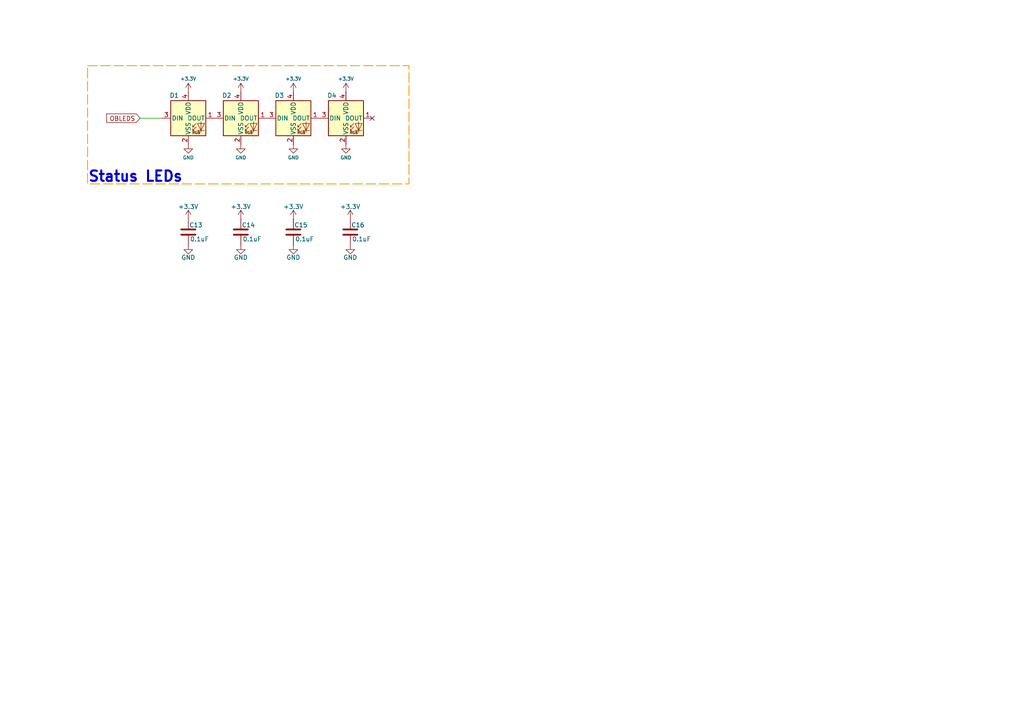
<source format=kicad_sch>
(kicad_sch (version 20250114) (generator "eeschema") (generator_version "9.0")
  (paper "A4")
  (title_block (title "Client") (date "<<release-date>>") (rev "<<tag>>") (comment 1 "<<hash>>"))
  (lib_symbols
    (symbol "Device:C" (pin_numbers (hide yes)) (pin_names (offset 0.254))
      (property "Reference" "C" (at 0.635 2.54 0))
      (property "Value" "C" (at 0.635 -2.54 0))
      (symbol "C_0_1"
        (polyline (pts (xy -2.032 0.762) (xy 2.032 0.762)) (stroke (width 0.508)))
        (polyline (pts (xy -2.032 -0.762) (xy 2.032 -0.762)) (stroke (width 0.508)))
      )
      (symbol "C_1_1"
        (pin passive line (at 0 3.81 270) (length 2.794) (name "~") (number "1"))
        (pin passive line (at 0 -3.81 90) (length 2.794) (name "~") (number "2"))
      )
    )
    (symbol "LED:WS2812B-2020" (pin_names (offset 0.254))
      (property "Reference" "D" (at 5.08 5.715 0))
      (property "Value" "WS2812B-2020" (at 1.27 -5.715 0))
      (symbol "WS2812B-2020_0_0"
        (text "RGB" (at 2.286 -4.191 0) (effects (font (size 0.762 0.762))))
      )
      (symbol "WS2812B-2020_0_1"
        (polyline (pts (xy 1.27 -2.54) (xy 1.778 -2.54)))
        (polyline (pts (xy 1.27 -3.556) (xy 1.778 -3.556)))
        (polyline (pts (xy 2.286 -1.524) (xy 1.27 -2.54) (xy 1.27 -2.032)))
        (polyline (pts (xy 2.286 -2.54) (xy 1.27 -3.556) (xy 1.27 -3.048)))
        (polyline (pts (xy 3.683 -1.016) (xy 3.683 -3.556) (xy 3.683 -4.064)))
        (polyline (pts (xy 4.699 -1.524) (xy 2.667 -1.524) (xy 3.683 -3.556) (xy 4.699 -1.524)))
        (polyline (pts (xy 4.699 -3.556) (xy 2.667 -3.556)))
        (rectangle (start 5.08 5.08) (end -5.08 -5.08) (stroke (width 0.254)) (fill (type background)))
      )
      (symbol "WS2812B-2020_1_1"
        (pin input line (at -7.62 0 0) (length 2.54) (name "DIN") (number "3"))
        (pin power_in line (at 0 7.62 270) (length 2.54) (name "VDD") (number "4"))
        (pin power_in line (at 0 -7.62 90) (length 2.54) (name "VSS") (number "2"))
        (pin output line (at 7.62 0 180) (length 2.54) (name "DOUT") (number "1"))
      )
    )
    (symbol "power:+3.3V" (power) (pin_numbers (hide yes)) (pin_names (offset 0) (hide yes))
      (property "Value" "+3.3V" (at 0 3.556 0))
      (symbol "+3.3V_0_1"
        (polyline (pts (xy -0.762 1.27) (xy 0 2.54)))
        (polyline (pts (xy 0 2.54) (xy 0.762 1.27)))
        (polyline (pts (xy 0 0) (xy 0 2.54)))
      )
      (symbol "+3.3V_1_1"
        (pin power_in line (at 0 0 90) (length 0) (name "~") (number "1"))
      )
    )
    (symbol "power:GND" (power) (pin_numbers (hide yes)) (pin_names (offset 0) (hide yes))
      (property "Value" "GND" (at 0 -3.81 0))
      (symbol "GND_0_1"
        (polyline (pts (xy 0 0) (xy 0 -1.27) (xy 1.27 -1.27) (xy 0 -2.54) (xy -1.27 -1.27) (xy 0 -1.27)))
      )
      (symbol "GND_1_1"
        (pin power_in line (at 0 0 270) (length 0) (name "~") (number "1"))
      )
    )
  )
  (rectangle (start 25.4 19.05) (end 118.618 53.34) (stroke (width 0.254) (type dash) (color 255 153 0 1)))
  (text "Status LEDs" (at 25.4 53.086 0) (effects (font (size 3 3) (thickness 0.6) (bold yes)) (justify left bottom)))
  (no_connect (at 107.95 34.29))
  (wire (pts (xy 40.64 34.29) (xy 46.99 34.29)))
  (global_label "OBLEDS" (shape input) (at 40.64 34.29 180) (property "Intersheetrefs" "${INTERSHEET_REFS}" (at 30.3977 34.29 0) (effects (justify right))))
  (symbol (lib_id "power:+3.3V") (at 69.85 63.5 0) (unit 1)
    (property "Reference" "#PWR0108" (effects (hide yes)))
    (property "Value" "+3.3V" (at 69.85 59.944 0))
    (property "Description" "Power symbol creates a global label with name \"+3.3V\"" (effects (hide yes)))
  )
  (symbol (lib_id "power:+3.3V") (at 85.09 63.5 0) (unit 1)
    (property "Reference" "#PWR0110" (effects (hide yes)))
    (property "Value" "+3.3V" (at 85.09 59.944 0))
    (property "Description" "Power symbol creates a global label with name \"+3.3V\"" (effects (hide yes)))
  )
  (symbol (lib_id "LED:WS2812B-2020") (at 85.09 34.29 0) (unit 1)
    (property "Reference" "D3" (at 81.026 27.686 0))
    (property "Value" "WS2812B-2020" (effects (hide yes)))
    (property "Footprint" "CRGM Passive:LED_WS2812B-2020_PLCC4_2.0x2.0mm" (effects (hide yes)))
    (property "Datasheet" "https://cdn-shop.adafruit.com/product-files/4684/4684_WS2812B-2020_V1.3_EN.pdf" (effects (hide yes)))
    (property "Description" "RGB LED with integrated controller, 2.0 x 2.0 mm, 12 mA" (effects (hide yes)))
    (property "MN" "World Semi" (effects (hide yes)))
    (property "MPN" "WS2812C-2020-V1" (effects (hide yes)))
    (property "LCSC" "C2976072" (effects (hide yes)))
  )
  (symbol (lib_id "power:GND") (at 101.6 71.12 0) (unit 1)
    (property "Reference" "#PWR0113" (effects (hide yes)))
    (property "Value" "GND" (at 101.6 74.676 0))
    (property "Description" "Power symbol creates a global label with name \"GND\" , ground" (effects (hide yes)))
  )
  (symbol (lib_id "power:+3.3V") (at 54.61 26.67 0) (unit 1)
    (property "Reference" "#PWR018" (effects (hide yes)))
    (property "Value" "+3.3V" (at 54.61 22.86 0) (effects (font (size 1 1))))
    (property "Description" "Power symbol creates a global label with name \"+3.3V\"" (effects (hide yes)))
  )
  (symbol (lib_id "Device:C") (at 85.09 67.31 0) (unit 1)
    (property "Reference" "C15" (at 85.344 65.278 0) (effects (justify left)))
    (property "Value" "0.1uF" (at 85.598 69.342 0) (effects (justify left)))
    (property "Footprint" "CRGM Passive:C_0603_1608Metric" (effects (hide yes)))
    (property "Description" "CAP CER 100nF 16V X5R 0603" (effects (hide yes)))
    (property "MN" "Samsung" (effects (hide yes)))
    (property "MPN" "CL10B104KO8NNNC" (effects (hide yes)))
    (property "Digikey" "1276-1005-2-ND" (effects (hide yes)))
    (property "Mouser" "187-CL10B104KO8NNNC" (effects (hide yes)))
    (property "LCSC" "C66501" (effects (hide yes)))
  )
  (symbol (lib_id "LED:WS2812B-2020") (at 69.85 34.29 0) (unit 1)
    (property "Reference" "D2" (at 65.786 27.686 0))
    (property "Value" "WS2812B-2020" (effects (hide yes)))
    (property "Footprint" "CRGM Passive:LED_WS2812B-2020_PLCC4_2.0x2.0mm" (effects (hide yes)))
    (property "Datasheet" "https://cdn-shop.adafruit.com/product-files/4684/4684_WS2812B-2020_V1.3_EN.pdf" (effects (hide yes)))
    (property "Description" "RGB LED with integrated controller, 2.0 x 2.0 mm, 12 mA" (effects (hide yes)))
    (property "MN" "World Semi" (effects (hide yes)))
    (property "MPN" "WS2812C-2020-V1" (effects (hide yes)))
    (property "LCSC" "C2976072" (effects (hide yes)))
  )
  (symbol (lib_id "power:+3.3V") (at 101.6 63.5 0) (unit 1)
    (property "Reference" "#PWR0112" (effects (hide yes)))
    (property "Value" "+3.3V" (at 101.6 59.944 0))
    (property "Description" "Power symbol creates a global label with name \"+3.3V\"" (effects (hide yes)))
  )
  (symbol (lib_id "power:GND") (at 85.09 71.12 0) (unit 1)
    (property "Reference" "#PWR0111" (effects (hide yes)))
    (property "Value" "GND" (at 85.09 74.676 0))
    (property "Description" "Power symbol creates a global label with name \"GND\" , ground" (effects (hide yes)))
  )
  (symbol (lib_id "power:+3.3V") (at 54.61 63.5 0) (unit 1)
    (property "Reference" "#PWR0106" (effects (hide yes)))
    (property "Value" "+3.3V" (at 54.61 59.944 0))
    (property "Description" "Power symbol creates a global label with name \"+3.3V\"" (effects (hide yes)))
  )
  (symbol (lib_id "power:GND") (at 54.61 41.91 0) (unit 1)
    (property "Reference" "#PWR022" (effects (hide yes)))
    (property "Value" "GND" (at 54.61 45.72 0) (effects (font (size 1 1))))
    (property "Description" "Power symbol creates a global label with name \"GND\" , ground" (effects (hide yes)))
  )
  (symbol (lib_id "power:GND") (at 69.85 41.91 0) (unit 1)
    (property "Reference" "#PWR023" (effects (hide yes)))
    (property "Value" "GND" (at 69.85 45.72 0) (effects (font (size 1 1))))
    (property "Description" "Power symbol creates a global label with name \"GND\" , ground" (effects (hide yes)))
  )
  (symbol (lib_id "Device:C") (at 54.61 67.31 0) (unit 1)
    (property "Reference" "C13" (at 54.864 65.278 0) (effects (justify left)))
    (property "Value" "0.1uF" (at 55.118 69.342 0) (effects (justify left)))
    (property "Footprint" "CRGM Passive:C_0603_1608Metric" (effects (hide yes)))
    (property "Description" "CAP CER 100nF 16V X5R 0603" (effects (hide yes)))
    (property "MN" "Samsung" (effects (hide yes)))
    (property "MPN" "CL10B104KO8NNNC" (effects (hide yes)))
    (property "Digikey" "1276-1005-2-ND" (effects (hide yes)))
    (property "Mouser" "187-CL10B104KO8NNNC" (effects (hide yes)))
    (property "LCSC" "C66501" (effects (hide yes)))
  )
  (symbol (lib_id "power:GND") (at 54.61 71.12 0) (unit 1)
    (property "Reference" "#PWR0107" (effects (hide yes)))
    (property "Value" "GND" (at 54.61 74.676 0))
    (property "Description" "Power symbol creates a global label with name \"GND\" , ground" (effects (hide yes)))
  )
  (symbol (lib_id "Device:C") (at 101.6 67.31 0) (unit 1)
    (property "Reference" "C16" (at 101.854 65.278 0) (effects (justify left)))
    (property "Value" "0.1uF" (at 102.108 69.342 0) (effects (justify left)))
    (property "Footprint" "CRGM Passive:C_0603_1608Metric" (effects (hide yes)))
    (property "Description" "CAP CER 100nF 16V X5R 0603" (effects (hide yes)))
    (property "MN" "Samsung" (effects (hide yes)))
    (property "MPN" "CL10B104KO8NNNC" (effects (hide yes)))
    (property "Digikey" "1276-1005-2-ND" (effects (hide yes)))
    (property "Mouser" "187-CL10B104KO8NNNC" (effects (hide yes)))
    (property "LCSC" "C66501" (effects (hide yes)))
  )
  (symbol (lib_id "Device:C") (at 69.85 67.31 0) (unit 1)
    (property "Reference" "C14" (at 70.104 65.278 0) (effects (justify left)))
    (property "Value" "0.1uF" (at 70.358 69.342 0) (effects (justify left)))
    (property "Footprint" "CRGM Passive:C_0603_1608Metric" (effects (hide yes)))
    (property "Description" "CAP CER 100nF 16V X5R 0603" (effects (hide yes)))
    (property "MN" "Samsung" (effects (hide yes)))
    (property "MPN" "CL10B104KO8NNNC" (effects (hide yes)))
    (property "Digikey" "1276-1005-2-ND" (effects (hide yes)))
    (property "Mouser" "187-CL10B104KO8NNNC" (effects (hide yes)))
    (property "LCSC" "C66501" (effects (hide yes)))
  )
  (symbol (lib_id "power:+3.3V") (at 85.09 26.67 0) (unit 1)
    (property "Reference" "#PWR020" (effects (hide yes)))
    (property "Value" "+3.3V" (at 85.09 22.86 0) (effects (font (size 1 1))))
    (property "Description" "Power symbol creates a global label with name \"+3.3V\"" (effects (hide yes)))
  )
  (symbol (lib_id "LED:WS2812B-2020") (at 54.61 34.29 0) (unit 1)
    (property "Reference" "D1" (at 50.546 27.686 0))
    (property "Value" "WS2812B-2020" (effects (hide yes)))
    (property "Footprint" "CRGM Passive:LED_WS2812B-2020_PLCC4_2.0x2.0mm" (effects (hide yes)))
    (property "Datasheet" "https://cdn-shop.adafruit.com/product-files/4684/4684_WS2812B-2020_V1.3_EN.pdf" (effects (hide yes)))
    (property "Description" "RGB LED with integrated controller, 2.0 x 2.0 mm, 12 mA" (effects (hide yes)))
    (property "MN" "World Semi" (effects (hide yes)))
    (property "MPN" "WS2812C-2020-V1" (effects (hide yes)))
    (property "LCSC" "C2976072" (effects (hide yes)))
  )
  (symbol (lib_id "LED:WS2812B-2020") (at 100.33 34.29 0) (unit 1)
    (property "Reference" "D4" (at 96.266 27.686 0))
    (property "Value" "WS2812B-2020" (effects (hide yes)))
    (property "Footprint" "CRGM Passive:LED_WS2812B-2020_PLCC4_2.0x2.0mm" (effects (hide yes)))
    (property "Datasheet" "https://cdn-shop.adafruit.com/product-files/4684/4684_WS2812B-2020_V1.3_EN.pdf" (effects (hide yes)))
    (property "Description" "RGB LED with integrated controller, 2.0 x 2.0 mm, 12 mA" (effects (hide yes)))
    (property "MN" "World Semi" (effects (hide yes)))
    (property "MPN" "WS2812C-2020-V1" (effects (hide yes)))
    (property "LCSC" "C2976072" (effects (hide yes)))
  )
  (symbol (lib_id "power:GND") (at 85.09 41.91 0) (unit 1)
    (property "Reference" "#PWR024" (effects (hide yes)))
    (property "Value" "GND" (at 85.09 45.72 0) (effects (font (size 1 1))))
    (property "Description" "Power symbol creates a global label with name \"GND\" , ground" (effects (hide yes)))
  )
  (symbol (lib_id "power:GND") (at 100.33 41.91 0) (unit 1)
    (property "Reference" "#PWR025" (effects (hide yes)))
    (property "Value" "GND" (at 100.33 45.72 0) (effects (font (size 1 1))))
    (property "Description" "Power symbol creates a global label with name \"GND\" , ground" (effects (hide yes)))
  )
  (symbol (lib_id "power:+3.3V") (at 69.85 26.67 0) (unit 1)
    (property "Reference" "#PWR019" (effects (hide yes)))
    (property "Value" "+3.3V" (at 69.85 22.86 0) (effects (font (size 1 1))))
    (property "Description" "Power symbol creates a global label with name \"+3.3V\"" (effects (hide yes)))
  )
  (symbol (lib_id "power:GND") (at 69.85 71.12 0) (unit 1)
    (property "Reference" "#PWR0109" (effects (hide yes)))
    (property "Value" "GND" (at 69.85 74.676 0))
    (property "Description" "Power symbol creates a global label with name \"GND\" , ground" (effects (hide yes)))
  )
  (symbol (lib_id "power:+3.3V") (at 100.33 26.67 0) (unit 1)
    (property "Reference" "#PWR021" (effects (hide yes)))
    (property "Value" "+3.3V" (at 100.33 22.86 0) (effects (font (size 1 1))))
    (property "Description" "Power symbol creates a global label with name \"+3.3V\"" (effects (hide yes)))
  )
)
</source>
